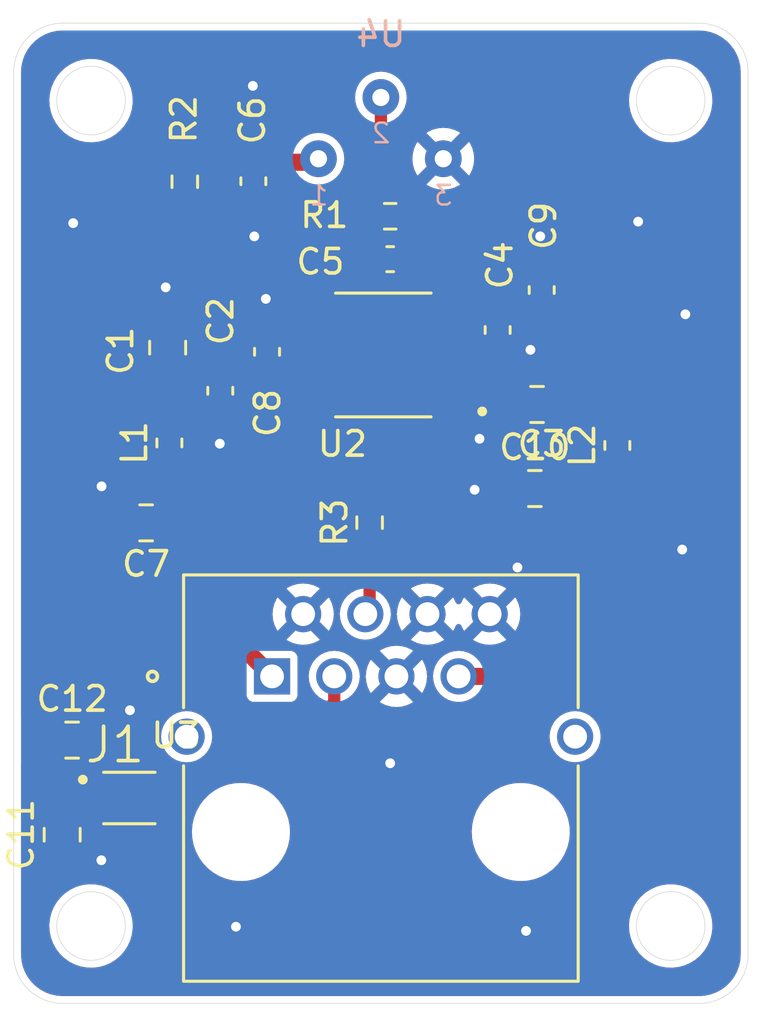
<source format=kicad_pcb>
(kicad_pcb (version 20211014) (generator pcbnew)
  (title_block (title "Photodiode TIA") (date "2021-07-06") (rev "v01") (comment 2 "University of Maryland, College Park") (comment 3 "dbowman3@terpmail.umd.edu") (comment 4 "Deven Bowman"))
  (layers (0 "F.Cu" signal) (31 "B.Cu" signal) (34 "B.Paste" user) (35 "F.Paste" user) (36 "B.SilkS" user "B.Silkscreen") (37 "F.SilkS" user "F.Silkscreen") (38 "B.Mask" user) (39 "F.Mask" user) (44 "Edge.Cuts" user))
  (net 0 "")
  (net 1 "GND")
  (net 2 "V+")
  (net 3 "V-")
  (net 4 "Vout")
  (net 5 "Net-(C12-Pad2)")
  (net 7 "Net-(C5-Pad1)")
  (net 8 "Net-(C6-Pad1)")
  (net 9 "Vbias")
  (net 10 "Net-(C5-Pad2)")
  (net 11 "Net-(C1-Pad1)")
  (net 12 "Net-(C3-Pad2)")
  (net 14 "NC")
  (footprint "6368150-1:TE_6368150-1" (layer "F.Cu") (at 115 90.805)
    (fp_text reference "J1" (at -10.86 -1.355) (layer "F.SilkS") (effects (font (size 1.400496 1.400496))))
    (fp_text value "6368150-1")
    (fp_line (start 8.06 8.25) (end 8.06 -0.5) (layer "F.SilkS") (width 0.127))
    (fp_line (start 8.06 8.29) (end -8.06 8.29) (layer "F.SilkS") (width 0.127))
    (fp_line (start 8.06 -2.875) (end 8.06 -8.25) (layer "F.SilkS") (width 0.127))
    (fp_line (start -8.06 -8.29) (end 8.06 -8.29) (layer "F.SilkS") (width 0.127))
    (fp_line (start -8.06 -8.25) (end -8.06 -2.875) (layer "F.SilkS") (width 0.127))
    (fp_line (start -8.06 -0.5) (end -8.06 8.25) (layer "F.SilkS") (width 0.127))
    (fp_circle (center -9.33 -4.15) (end -9.13 -4.15) (layer "F.SilkS") (width 0.1524) (fill none))
    (pad "" np_thru_hole circle locked (at 5.715 2.2) (size 3.4 3.4) (drill 3.4) (layers *.Cu *.Mask))
    (pad "" np_thru_hole circle locked (at -5.715 2.2) (size 3.4 3.4) (drill 3.4) (layers *.Cu *.Mask))
    (pad "1" thru_hole rect locked (at -4.445 -4.15) (size 1.478 1.478) (drill 0.97) (layers *.Cu *.Mask) (net 2 "V+"))
    (pad "2" thru_hole circle locked (at -3.175 -6.69) (size 1.478 1.478) (drill 0.97) (layers *.Cu *.Mask) (net 1 "GND"))
    (pad "3" thru_hole circle locked (at -1.905 -4.15) (size 1.478 1.478) (drill 0.97) (layers *.Cu *.Mask) (net 9 "Vbias"))
    (pad "4" thru_hole circle locked (at -0.635 -6.69) (size 1.478 1.478) (drill 0.97) (layers *.Cu *.Mask) (net 4 "Vout"))
    (pad "5" thru_hole circle locked (at 0.635 -4.15) (size 1.478 1.478) (drill 0.97) (layers *.Cu *.Mask) (net 1 "GND"))
    (pad "6" thru_hole circle locked (at 1.905 -6.69) (size 1.478 1.478) (drill 0.97) (layers *.Cu *.Mask) (net 1 "GND"))
    (pad "7" thru_hole circle locked (at 3.175 -4.15) (size 1.478 1.478) (drill 0.97) (layers *.Cu *.Mask) (net 3 "V-"))
    (pad "8" thru_hole circle locked (at 4.445 -6.69) (size 1.478 1.478) (drill 0.97) (layers *.Cu *.Mask) (net 1 "GND"))
    (pad "SH1" thru_hole circle locked (at -7.935 -1.69) (size 1.478 1.478) (drill 0.97) (layers *.Cu *.Mask))
    (pad "SH2" thru_hole circle locked (at 7.935 -1.69) (size 1.478 1.478) (drill 0.97) (layers *.Cu *.Mask))
  )
  (footprint "OPA657UB:SOIC127P599X175-8N" (layer "F.Cu") (at 115.1 73.54 180)
    (fp_text reference "U2" (at 1.67 -3.63) (layer "F.SilkS"))
    (fp_text value "OPA657UB")
    (fp_line (start -1.95 -2.525) (end 1.95 -2.525) (layer "F.SilkS") (width 0.127))
    (fp_line (start -1.95 2.525) (end 1.95 2.525) (layer "F.SilkS") (width 0.127))
    (fp_circle (center -4.04 -2.305) (end -3.94 -2.305) (layer "F.SilkS") (width 0.2) (fill none))
    (pad "1" smd rect locked (at -2.47 -1.905 180) (size 1.97 0.6) (layers "F.Cu" "F.Paste" "F.Mask"))
    (pad "2" smd rect locked (at -2.47 -0.635 180) (size 1.97 0.6) (layers "F.Cu" "F.Paste" "F.Mask") (net 7 "Net-(C5-Pad1)"))
    (pad "3" smd rect locked (at -2.47 0.635 180) (size 1.97 0.6) (layers "F.Cu" "F.Paste" "F.Mask") (net 1 "GND"))
    (pad "4" smd rect locked (at -2.47 1.905 180) (size 1.97 0.6) (layers "F.Cu" "F.Paste" "F.Mask") (net 12 "Net-(C3-Pad2)"))
    (pad "5" smd rect locked (at 2.47 1.905 180) (size 1.97 0.6) (layers "F.Cu" "F.Paste" "F.Mask"))
    (pad "6" smd rect locked (at 2.47 0.635 180) (size 1.97 0.6) (layers "F.Cu" "F.Paste" "F.Mask") (net 10 "Net-(C5-Pad2)"))
    (pad "7" smd rect locked (at 2.47 -0.635 180) (size 1.97 0.6) (layers "F.Cu" "F.Paste" "F.Mask") (net 11 "Net-(C1-Pad1)"))
    (pad "8" smd rect locked (at 2.47 -1.905 180) (size 1.97 0.6) (layers "F.Cu" "F.Paste" "F.Mask"))
  )
  (footprint "Capacitor_SMD:C_0805_2012Metric" (layer "F.Cu") (at 106.29 73.24 90)
    (fp_text reference "C1" (at -0.131 -1.927 90) (layer "F.SilkS"))
    (fp_text value "2.2 uF")
    (fp_line (start -0.261252 -0.735) (end 0.261252 -0.735) (layer "F.SilkS") (width 0.12))
    (fp_line (start -0.261252 0.735) (end 0.261252 0.735) (layer "F.SilkS") (width 0.12))
    (pad "1" smd roundrect locked (at -0.95 0 90) (size 1 1.45) (layers "F.Cu" "F.Paste" "F.Mask") (net 11 "Net-(C1-Pad1)"))
    (pad "2" smd roundrect locked (at 0.95 0 90) (size 1 1.45) (layers "F.Cu" "F.Paste" "F.Mask") (net 1 "GND"))
  )
  (footprint "Capacitor_SMD:C_0603_1608Metric" (layer "F.Cu") (at 110.35 73.41 90)
    (fp_text reference "C2" (at 1.249 -1.898 90) (layer "F.SilkS"))
    (fp_text value "0.1 uF")
    (fp_line (start -0.14058 -0.51) (end 0.14058 -0.51) (layer "F.SilkS") (width 0.12))
    (fp_line (start -0.14058 0.51) (end 0.14058 0.51) (layer "F.SilkS") (width 0.12))
    (pad "1" smd roundrect locked (at -0.775 0 90) (size 0.9 0.95) (layers "F.Cu" "F.Paste" "F.Mask") (net 11 "Net-(C1-Pad1)"))
    (pad "2" smd roundrect locked (at 0.775 0 90) (size 0.9 0.95) (layers "F.Cu" "F.Paste" "F.Mask") (net 1 "GND"))
  )
  (footprint "Resistor_SMD:R_0603_1608Metric" (layer "F.Cu") (at 115.38 67.88)
    (fp_text reference "R1" (at -2.689 -0.044) (layer "F.SilkS"))
    (fp_text value "30k")
    (fp_line (start -0.237258 0.5225) (end 0.237258 0.5225) (layer "F.SilkS") (width 0.12))
    (fp_line (start -0.237258 -0.5225) (end 0.237258 -0.5225) (layer "F.SilkS") (width 0.12))
    (pad "1" smd roundrect locked (at -0.825 0) (size 0.8 0.95) (layers "F.Cu" "F.Paste" "F.Mask") (net 10 "Net-(C5-Pad2)"))
    (pad "2" smd roundrect locked (at 0.825 0) (size 0.8 0.95) (layers "F.Cu" "F.Paste" "F.Mask") (net 7 "Net-(C5-Pad1)"))
  )
  (footprint "Resistor_SMD:R_0603_1608Metric" (layer "F.Cu") (at 106.99 66.47 -90)
    (fp_text reference "R2" (at -2.55 0.04 -90) (layer "F.SilkS"))
    (fp_text value "1k")
    (fp_line (start -0.237258 0.5225) (end 0.237258 0.5225) (layer "F.SilkS") (width 0.12))
    (fp_line (start -0.237258 -0.5225) (end 0.237258 -0.5225) (layer "F.SilkS") (width 0.12))
    (pad "1" smd roundrect locked (at -0.825 0 270) (size 0.8 0.95) (layers "F.Cu" "F.Paste" "F.Mask") (net 8 "Net-(C6-Pad1)"))
    (pad "2" smd roundrect locked (at 0.825 0 270) (size 0.8 0.95) (layers "F.Cu" "F.Paste" "F.Mask") (net 5 "Net-(C12-Pad2)"))
  )
  (footprint "Capacitor_SMD:C_0603_1608Metric" (layer "F.Cu") (at 119.77 72.52 -90)
    (fp_text reference "C4" (at -2.64 -0.09 90) (layer "F.SilkS"))
    (fp_text value "0.1 uF")
    (fp_line (start -0.14058 -0.51) (end 0.14058 -0.51) (layer "F.SilkS") (width 0.12))
    (fp_line (start -0.14058 0.51) (end 0.14058 0.51) (layer "F.SilkS") (width 0.12))
    (pad "1" smd roundrect locked (at -0.775 0 270) (size 0.9 0.95) (layers "F.Cu" "F.Paste" "F.Mask") (net 12 "Net-(C3-Pad2)"))
    (pad "2" smd roundrect locked (at 0.775 0 270) (size 0.9 0.95) (layers "F.Cu" "F.Paste" "F.Mask") (net 1 "GND"))
  )
  (footprint "Capacitor_SMD:C_0603_1608Metric" (layer "F.Cu") (at 115.38 69.63 180)
    (fp_text reference "C5" (at 2.849 -0.107) (layer "F.SilkS"))
    (fp_text value "1pF")
    (fp_line (start -0.14058 -0.51) (end 0.14058 -0.51) (layer "F.SilkS") (width 0.12))
    (fp_line (start -0.14058 0.51) (end 0.14058 0.51) (layer "F.SilkS") (width 0.12))
    (pad "1" smd roundrect locked (at -0.775 0 180) (size 0.9 0.95) (layers "F.Cu" "F.Paste" "F.Mask") (net 7 "Net-(C5-Pad1)"))
    (pad "2" smd roundrect locked (at 0.775 0 180) (size 0.9 0.95) (layers "F.Cu" "F.Paste" "F.Mask") (net 10 "Net-(C5-Pad2)"))
  )
  (footprint "Resistor_SMD:R_0603_1608Metric" (layer "F.Cu") (at 114.54 80.38 90)
    (fp_text reference "R3" (at 0 -1.43 90) (layer "F.SilkS"))
    (fp_text value "50")
    (fp_line (start -0.237258 0.5225) (end 0.237258 0.5225) (layer "F.SilkS") (width 0.12))
    (fp_line (start -0.237258 -0.5225) (end 0.237258 -0.5225) (layer "F.SilkS") (width 0.12))
    (pad "1" smd roundrect locked (at -0.825 0 90) (size 0.8 0.95) (layers "F.Cu" "F.Paste" "F.Mask") (net 4 "Vout"))
    (pad "2" smd roundrect locked (at 0.825 0 90) (size 0.8 0.95) (layers "F.Cu" "F.Paste" "F.Mask") (net 10 "Net-(C5-Pad2)"))
  )
  (footprint "Capacitor_SMD:C_0603_1608Metric" (layer "F.Cu") (at 108.44 75 -90)
    (fp_text reference "C8" (at 0.91 -1.93 90) (layer "F.SilkS"))
    (fp_text value "0.1 uF")
    (fp_line (start -0.14058 0.51) (end 0.14058 0.51) (layer "F.SilkS") (width 0.12))
    (fp_line (start -0.14058 -0.51) (end 0.14058 -0.51) (layer "F.SilkS") (width 0.12))
    (pad "1" smd roundrect locked (at -0.775 0 270) (size 0.9 0.95) (layers "F.Cu" "F.Paste" "F.Mask") (net 11 "Net-(C1-Pad1)"))
    (pad "2" smd roundrect locked (at 0.775 0 270) (size 0.9 0.95) (layers "F.Cu" "F.Paste" "F.Mask") (net 1 "GND"))
  )
  (footprint "Capacitor_SMD:C_0603_1608Metric" (layer "F.Cu") (at 121.57 70.89 90)
    (fp_text reference "C9" (at 2.62 0.07 90) (layer "F.SilkS"))
    (fp_text value "0.1 uF")
    (fp_line (start -0.14058 0.51) (end 0.14058 0.51) (layer "F.SilkS") (width 0.12))
    (fp_line (start -0.14058 -0.51) (end 0.14058 -0.51) (layer "F.SilkS") (width 0.12))
    (pad "1" smd roundrect locked (at -0.775 0 90) (size 0.9 0.95) (layers "F.Cu" "F.Paste" "F.Mask") (net 12 "Net-(C3-Pad2)"))
    (pad "2" smd roundrect locked (at 0.775 0 90) (size 0.9 0.95) (layers "F.Cu" "F.Paste" "F.Mask") (net 1 "GND"))
  )
  (footprint "Inductor_SMD:L_0603_1608Metric" (layer "F.Cu") (at 106.36 77.13 90)
    (fp_text reference "L1" (at 0 -1.43 90) (layer "F.SilkS"))
    (fp_text value "1k Ohm")
    (fp_line (start -0.162779 -0.51) (end 0.162779 -0.51) (layer "F.SilkS") (width 0.12))
    (fp_line (start -0.162779 0.51) (end 0.162779 0.51) (layer "F.SilkS") (width 0.12))
    (pad "1" smd roundrect locked (at -0.7875 0 90) (size 0.875 0.95) (layers "F.Cu" "F.Paste" "F.Mask") (net 2 "V+"))
    (pad "2" smd roundrect locked (at 0.7875 0 90) (size 0.875 0.95) (layers "F.Cu" "F.Paste" "F.Mask") (net 11 "Net-(C1-Pad1)"))
  )
  (footprint "Capacitor_SMD:C_0603_1608Metric" (layer "F.Cu") (at 109.79 66.45 -90)
    (fp_text reference "C6" (at -2.484 0.042 -90) (layer "F.SilkS"))
    (fp_text value "0.1 uF")
    (fp_line (start -0.14058 0.51) (end 0.14058 0.51) (layer "F.SilkS") (width 0.12))
    (fp_line (start -0.14058 -0.51) (end 0.14058 -0.51) (layer "F.SilkS") (width 0.12))
    (pad "1" smd roundrect locked (at -0.775 0 270) (size 0.9 0.95) (layers "F.Cu" "F.Paste" "F.Mask") (net 8 "Net-(C6-Pad1)"))
    (pad "2" smd roundrect locked (at 0.775 0 270) (size 0.9 0.95) (layers "F.Cu" "F.Paste" "F.Mask") (net 1 "GND"))
  )
  (footprint "Capacitor_SMD:C_0805_2012Metric" (layer "F.Cu") (at 121.38 75.56)
    (fp_text reference "C3" (at 0.19 1.61) (layer "F.SilkS"))
    (fp_text value "2.2 uF")
    (fp_line (start -0.261252 -0.735) (end 0.261252 -0.735) (layer "F.SilkS") (width 0.12))
    (fp_line (start -0.261252 0.735) (end 0.261252 0.735) (layer "F.SilkS") (width 0.12))
    (pad "1" smd roundrect locked (at -0.95 0) (size 1 1.45) (layers "F.Cu" "F.Paste" "F.Mask") (net 1 "GND"))
    (pad "2" smd roundrect locked (at 0.95 0) (size 1 1.45) (layers "F.Cu" "F.Paste" "F.Mask") (net 12 "Net-(C3-Pad2)"))
  )
  (footprint "Capacitor_SMD:C_0805_2012Metric" (layer "F.Cu") (at 121.29 78.99)
    (fp_text reference "C10" (at 0 -1.68) (layer "F.SilkS"))
    (fp_text value "2.2 uF")
    (fp_line (start -0.261252 -0.735) (end 0.261252 -0.735) (layer "F.SilkS") (width 0.12))
    (fp_line (start -0.261252 0.735) (end 0.261252 0.735) (layer "F.SilkS") (width 0.12))
    (pad "1" smd roundrect locked (at -0.95 0) (size 1 1.45) (layers "F.Cu" "F.Paste" "F.Mask") (net 1 "GND"))
    (pad "2" smd roundrect locked (at 0.95 0) (size 1 1.45) (layers "F.Cu" "F.Paste" "F.Mask") (net 3 "V-"))
  )
  (footprint "Inductor_SMD:L_0603_1608Metric" (layer "F.Cu") (at 124.66 77.2325 90)
    (fp_text reference "L2" (at 0 -1.43 90) (layer "F.SilkS"))
    (fp_text value "1k Ohm")
    (fp_line (start -0.162779 -0.51) (end 0.162779 -0.51) (layer "F.SilkS") (width 0.12))
    (fp_line (start -0.162779 0.51) (end 0.162779 0.51) (layer "F.SilkS") (width 0.12))
    (pad "1" smd roundrect locked (at -0.7875 0 90) (size 0.875 0.95) (layers "F.Cu" "F.Paste" "F.Mask") (net 3 "V-"))
    (pad "2" smd roundrect locked (at 0.7875 0 90) (size 0.875 0.95) (layers "F.Cu" "F.Paste" "F.Mask") (net 12 "Net-(C3-Pad2)"))
  )
  (footprint "Capacitor_SMD:C_0805_2012Metric" (layer "F.Cu") (at 105.41 80.39 180)
    (fp_text reference "C7" (at 0 -1.68) (layer "F.SilkS"))
    (fp_text value "2.2 uF")
    (fp_line (start -0.261252 0.735) (end 0.261252 0.735) (layer "F.SilkS") (width 0.12))
    (fp_line (start -0.261252 -0.735) (end 0.261252 -0.735) (layer "F.SilkS") (width 0.12))
    (pad "1" smd roundrect locked (at -0.95 0 180) (size 1 1.45) (layers "F.Cu" "F.Paste" "F.Mask") (net 2 "V+"))
    (pad "2" smd roundrect locked (at 0.95 0 180) (size 1 1.45) (layers "F.Cu" "F.Paste" "F.Mask") (net 1 "GND"))
  )
  (footprint "ADP7182ACPZN-R7:SON65P200X200X65-7N" (layer "F.Cu") (at 104.7242 91.6178)
    (fp_text reference "U3" (at 1.910535 -2.547375) (layer "F.SilkS") (effects (font (size 1.002906 1.002906))))
    (fp_text value "ADP7182ACPZN-R7")
    (fp_line (start -1.05 -1.05) (end 1.05 -1.05) (layer "F.SilkS") (width 0.127))
    (fp_line (start 1.05 1.05) (end -1.05 1.05) (layer "F.SilkS") (width 0.127))
    (fp_circle (center -1.9 -0.75) (end -1.8 -0.75) (layer "F.SilkS") (width 0.2) (fill none))
    (pad "1" smd roundrect locked (at -1.03 -0.65 90) (size 0.32 0.66) (layers "F.Cu" "F.Paste" "F.Mask") (roundrect_rratio 0.08) (net 5 "Net-(C12-Pad2)"))
    (pad "2" smd roundrect locked (at -1.03 0 90) (size 0.32 0.66) (layers "F.Cu" "F.Paste" "F.Mask") (roundrect_rratio 0.08) (net 14 "NC"))
    (pad "3" smd roundrect locked (at -1.03 0.65 90) (size 0.32 0.66) (layers "F.Cu" "F.Paste" "F.Mask") (roundrect_rratio 0.08) (net 9 "Vbias"))
    (pad "4" smd roundrect locked (at 1.03 0.65 90) (size 0.32 0.66) (layers "F.Cu" "F.Paste" "F.Mask") (roundrect_rratio 0.08))
    (pad "5" smd roundrect locked (at 1.03 0 90) (size 0.32 0.66) (layers "F.Cu" "F.Paste" "F.Mask") (roundrect_rratio 0.08) (net 1 "GND"))
    (pad "6" smd roundrect locked (at 1.03 -0.65 90) (size 0.32 0.66) (layers "F.Cu" "F.Paste" "F.Mask") (roundrect_rratio 0.08) (net 9 "Vbias"))
    (pad "7" smd rect locked (at 0 0 90) (size 1.6 1) (layers "F.Cu" "F.Mask") (net 9 "Vbias"))
  )
  (footprint "Capacitor_SMD:C_0805_2012Metric" (layer "F.Cu") (at 102.3874 89.2556)
    (fp_text reference "C12" (at 0 -1.68) (layer "F.SilkS"))
    (fp_text value "2.2 uF")
    (fp_line (start -0.261252 0.735) (end 0.261252 0.735) (layer "F.SilkS") (width 0.12))
    (fp_line (start -0.261252 -0.735) (end 0.261252 -0.735) (layer "F.SilkS") (width 0.12))
    (pad "1" smd roundrect (at -0.95 0) (size 1 1.45) (layers "F.Cu" "F.Paste" "F.Mask") (net 1 "GND"))
    (pad "2" smd roundrect (at 0.95 0) (size 1 1.45) (layers "F.Cu" "F.Paste" "F.Mask") (net 5 "Net-(C12-Pad2)"))
  )
  (footprint "Capacitor_SMD:C_0805_2012Metric" (layer "F.Cu") (at 101.981 93.1164 90)
    (fp_text reference "C11" (at 0 -1.68 90) (layer "F.SilkS"))
    (fp_text value "2.2 uF")
    (fp_line (start -0.261252 0.735) (end 0.261252 0.735) (layer "F.SilkS") (width 0.12))
    (fp_line (start -0.261252 -0.735) (end 0.261252 -0.735) (layer "F.SilkS") (width 0.12))
    (pad "1" smd roundrect (at -0.95 0 90) (size 1 1.45) (layers "F.Cu" "F.Paste" "F.Mask") (net 1 "GND"))
    (pad "2" smd roundrect (at 0.95 0 90) (size 1 1.45) (layers "F.Cu" "F.Paste" "F.Mask") (net 9 "Vbias"))
  )
  (footprint "DiodeSocket:STO5S" (layer "B.Cu") (at 115 65.532 180)
    (fp_text reference "U4" (at 0 5.08) (layer "B.SilkS") (effects (justify mirror)))
    (fp_text value "STO5S-FGA21")
    (fp_text user "1" (at 2.53 -1.5) (layer "B.SilkS") (effects (font (size 0.8 0.8) (thickness 0.1)) (justify mirror)))
    (fp_text user "2" (at -0.01 1.04) (layer "B.SilkS") (effects (font (size 0.8 0.8) (thickness 0.1)) (justify mirror)))
    (fp_text user "3" (at -2.55 -1.5) (layer "B.SilkS") (effects (font (size 0.8 0.8) (thickness 0.1)) (justify mirror)))
    (pad "1" thru_hole circle locked (at 2.55 0 180) (size 1.5 1.5) (drill 0.7) (layers *.Cu *.Mask) (net 8 "Net-(C6-Pad1)"))
    (pad "2" thru_hole circle locked (at 0 2.5 180) (size 1.5 1.5) (drill 0.7) (layers *.Cu *.Mask) (net 7 "Net-(C5-Pad1)"))
    (pad "3" thru_hole circle locked (at -2.55 0 180) (size 1.5 1.5) (drill 0.7) (layers *.Cu *.Mask) (net 1 "GND"))
  )
  (gr_circle (center 103.16 96.84) (end 104.56 96.84) (layer "Edge.Cuts") (width 0.0254) (fill none))
  (gr_circle (center 103.16 63.16) (end 104.56 63.16) (layer "Edge.Cuts") (width 0.0254) (fill none))
  (gr_circle (center 126.84 63.16) (end 128.24 63.16) (layer "Edge.Cuts") (width 0.0254) (fill none))
  (gr_circle (center 126.84 96.84) (end 128.24 96.84) (layer "Edge.Cuts") (width 0.0254) (fill none))
  (gr_arc (start 128 60) (mid 129.414214 60.585786) (end 130 62) (layer "Edge.Cuts") (width 0.0254))
  (gr_line (start 100 62) (end 100 98) (layer "Edge.Cuts") (width 0.0254))
  (gr_arc (start 100 62) (mid 100.585786 60.585786) (end 102 60) (layer "Edge.Cuts") (width 0.0254))
  (gr_line (start 130 98) (end 130 62) (layer "Edge.Cuts") (width 0.0254))
  (gr_line (start 102 100) (end 128 100) (layer "Edge.Cuts") (width 0.0254))
  (gr_arc (start 130 98) (mid 129.414214 99.414214) (end 128 100) (layer "Edge.Cuts") (width 0.0254))
  (gr_arc (start 102 100) (mid 100.585786 99.414214) (end 100 98) (layer "Edge.Cuts") (width 0.0254))
  (gr_line (start 128 60) (end 102 60) (layer "Edge.Cuts") (width 0.0254))
  (segment (start 119.77 73.295) (end 119.295 73.295) (width 0.5) (layer "F.Cu") (net 1))
  (segment (start 119.295 73.295) (end 118.905 72.905) (width 0.5) (layer "F.Cu") (net 1))
  (segment (start 118.905 72.905) (end 117.57 72.905) (width 0.5) (layer "F.Cu") (net 1))
  (segment (start 117.563 65.519) (end 117.55 65.532) (width 0.7) (layer "F.Cu") (net 1))
  (via (at 104.7496 88.0364) (size 0.8) (drill 0.4) (layers "F.Cu" "B.Cu") (net 1))
  (via (at 110.3 71.25) (size 0.8) (drill 0.4) (layers "F.Cu" "B.Cu") (net 1))
  (via (at 127.31 81.48) (size 0.8) (drill 0.4) (layers "F.Cu" "B.Cu") (net 1))
  (via (at 109.77 62.56) (size 0.8) (drill 0.4) (layers "F.Cu" "B.Cu") (net 1))
  (via (at 127.44 71.88) (size 0.8) (drill 0.4) (layers "F.Cu" "B.Cu") (net 1))
  (via (at 119.03 76.96) (size 0.8) (drill 0.4) (layers "F.Cu" "B.Cu") (net 1))
  (via (at 121.11 73.33) (size 0.8) (drill 0.4) (layers "F.Cu" "B.Cu") (net 1))
  (via (at 103.59 78.9) (size 0.8) (drill 0.4) (layers "F.Cu" "B.Cu") (net 1))
  (via (at 109.83 68.7) (size 0.8) (drill 0.4) (layers "F.Cu" "B.Cu") (net 1))
  (via (at 118.83 79.04) (size 0.8) (drill 0.4) (layers "F.Cu" "B.Cu") (net 1))
  (via (at 106.21 70.78) (size 0.8) (drill 0.4) (layers "F.Cu" "B.Cu") (net 1))
  (via (at 115.38 90.2) (size 0.8) (drill 0.4) (layers "F.Cu" "B.Cu") (net 1))
  (via (at 109.08 96.87) (size 0.8) (drill 0.4) (layers "F.Cu" "B.Cu") (net 1))
  (via (at 120.93 97.04) (size 0.8) (drill 0.4) (layers "F.Cu" "B.Cu") (net 1))
  (via (at 121.51 68.7) (size 0.8) (drill 0.4) (layers "F.Cu" "B.Cu") (net 1))
  (via (at 108.42 77.16) (size 0.8) (drill 0.4) (layers "F.Cu" "B.Cu") (net 1))
  (via (at 120.58 82.21) (size 0.8) (drill 0.4) (layers "F.Cu" "B.Cu") (net 1))
  (via (at 103.5812 94.1578) (size 0.8) (drill 0.4) (layers "F.Cu" "B.Cu") (net 1))
  (via (at 102.43 68.16) (size 0.8) (drill 0.4) (layers "F.Cu" "B.Cu") (net 1))
  (via (at 125.51 68.1) (size 0.8) (drill 0.4) (layers "F.Cu" "B.Cu") (net 1))
  (segment (start 106.36 80.39) (end 106.36 82.46) (width 0.7) (layer "F.Cu") (net 2))
  (segment (start 106.36 82.46) (end 110.555 86.655) (width 0.7) (layer "F.Cu") (net 2))
  (segment (start 106.36 77.9175) (end 106.36 80.39) (width 0.7) (layer "F.Cu") (net 2))
  (segment (start 124.02 78.99) (end 122.24 78.99) (width 0.5) (layer "F.Cu") (net 3))
  (segment (start 118.175 86.655) (end 121.735 86.655) (width 0.7) (layer "F.Cu") (net 3))
  (segment (start 124.66 78.35) (end 124.255 78.755) (width 0.5) (layer "F.Cu") (net 3))
  (segment (start 124.255 84.135) (end 124.255 78.755) (width 0.7) (layer "F.Cu") (net 3))
  (segment (start 124.66 78.02) (end 124.66 78.35) (width 0.5) (layer "F.Cu") (net 3))
  (segment (start 121.735 86.655) (end 124.255 84.135) (width 0.7) (layer "F.Cu") (net 3))
  (segment (start 124.255 78.755) (end 124.02 78.99) (width 0.5) (layer "F.Cu") (net 3))
  (segment (start 114.54 83.94) (end 114.365 84.115) (width 0.5) (layer "F.Cu") (net 4))
  (segment (start 114.54 81.205) (end 114.54 83.94) (width 0.5) (layer "F.Cu") (net 4))
  (segment (start 107.03 67.335) (end 106.99 67.295) (width 0.7) (layer "F.Cu") (net 5))
  (segment (start 102.0826 72.3138) (end 106.99 67.4064) (width 0.7) (layer "F.Cu") (net 5))
  (segment (start 103.3374 89.2556) (end 103.674689 89.592889) (width 0.7) (layer "F.Cu") (net 5))
  (segment (start 106.99 67.4064) (end 106.99 67.295) (width 0.7) (layer "F.Cu") (net 5))
  (segment (start 102.0826 84.8106) (end 102.0826 72.3138) (width 0.7) (layer "F.Cu") (net 5))
  (segment (start 103.674689 89.592889) (end 103.674689 90.805) (width 0.7) (layer "F.Cu") (net 5))
  (segment (start 103.3374 86.0654) (end 102.0826 84.8106) (width 0.7) (layer "F.Cu") (net 5))
  (segment (start 103.3374 89.2556) (end 103.3374 86.0654) (width 0.7) (layer "F.Cu") (net 5))
  (segment (start 116.155 70.234998) (end 115.734999 70.654999) (width 0.5) (layer "F.Cu") (net 7))
  (segment (start 116.205 69.58) (end 116.155 69.63) (width 0.5) (layer "F.Cu") (net 7))
  (segment (start 115.734999 73.885001) (end 116.024998 74.175) (width 0.5) (layer "F.Cu") (net 7))
  (segment (start 116.205 67.2084) (end 115 66.0034) (width 0.5) (layer "F.Cu") (net 7))
  (segment (start 115.734999 70.654999) (end 115.734999 73.885001) (width 0.5) (layer "F.Cu") (net 7))
  (segment (start 115 66.0034) (end 115 63.032) (width 0.5) (layer "F.Cu") (net 7))
  (segment (start 116.155 69.63) (end 116.155 70.234998) (width 0.5) (layer "F.Cu") (net 7))
  (segment (start 116.205 67.88) (end 116.205 67.2084) (width 0.5) (layer "F.Cu") (net 7))
  (segment (start 116.205 67.88) (end 116.205 69.58) (width 0.5) (layer "F.Cu") (net 7))
  (segment (start 116.024998 74.175) (end 117.57 74.175) (width 0.5) (layer "F.Cu") (net 7))
  (segment (start 112.307 65.675) (end 112.45 65.532) (width 0.7) (layer "F.Cu") (net 8))
  (segment (start 106.99 65.645) (end 109.76 65.645) (width 0.7) (layer "F.Cu") (net 8))
  (segment (start 109.79 65.675) (end 112.307 65.675) (width 0.7) (layer "F.Cu") (net 8))
  (segment (start 109.76 65.645) (end 109.79 65.675) (width 0.7) (layer "F.Cu") (net 8))
  (segment (start 104.7242 91.6178) (end 104.7242 91.698521) (width 0.5) (layer "F.Cu") (net 9))
  (segment (start 103.6942 92.2678) (end 102.0824 92.2678) (width 0.5) (layer "F.Cu") (net 9))
  (segment (start 104.7242 91.537079) (end 104.7242 91.6178) (width 0.5) (layer "F.Cu") (net 9))
  (segment (start 105.916521 90.805479) (end 108.051121 90.805479) (width 0.5) (layer "F.Cu") (net 9))
  (segment (start 112.1664 88.646) (end 113.095 87.7174) (width 0.5) (layer "F.Cu") (net 9))
  (segment (start 108.051121 90.805479) (end 110.2106 88.646) (width 0.5) (layer "F.Cu") (net 9))
  (segment (start 105.7542 90.9678) (end 105.916521 90.805479) (width 0.5) (layer "F.Cu") (net 9))
  (segment (start 102.0824 92.2678) (end 101.981 92.1664) (width 0.5) (layer "F.Cu") (net 9))
  (segment (start 105.293479 90.9678) (end 104.7242 91.537079) (width 0.5) (layer "F.Cu") (net 9))
  (segment (start 104.7242 91.698521) (end 104.154921 92.2678) (width 0.5) (layer "F.Cu") (net 9))
  (segment (start 110.2106 88.646) (end 112.1664 88.646) (width 0.5) (layer "F.Cu") (net 9))
  (segment (start 113.095 87.7174) (end 113.095 86.655) (width 0.5) (layer "F.Cu") (net 9))
  (segment (start 105.7542 90.9678) (end 105.293479 90.9678) (width 0.5) (layer "F.Cu") (net 9))
  (segment (start 104.154921 92.2678) (end 103.6942 92.2678) (width 0.5) (layer "F.Cu") (net 9))
  (segment (start 114.54 79.555) (end 114.54 73.269998) (width 0.5) (layer "F.Cu") (net 10))
  (segment (start 114.175002 72.905) (end 112.63 72.905) (width 0.5) (layer "F.Cu") (net 10))
  (segment (start 114.605 72.475002) (end 114.175002 72.905) (width 0.5) (layer "F.Cu") (net 10))
  (segment (start 114.54 73.269998) (end 114.175002 72.905) (width 0.5) (layer "F.Cu") (net 10))
  (segment (start 114.555 67.88) (end 114.555 69.58) (width 0.5) (layer "F.Cu") (net 10))
  (segment (start 114.605 69.63) (end 114.605 72.475002) (width 0.5) (layer "F.Cu") (net 10))
  (segment (start 114.555 69.58) (end 114.605 69.63) (width 0.5) (layer "F.Cu") (net 10))
  (segment (start 112.62 74.185) (end 112.63 74.175) (width 0.7) (layer "F.Cu") (net 11))
  (segment (start 106.29 76.2725) (end 106.36 76.3425) (width 0.7) (layer "F.Cu") (net 11))
  (segment (start 108.44 74.225) (end 106.325 74.225) (width 0.7) (layer "F.Cu") (net 11))
  (segment (start 110.35 74.185) (end 112.62 74.185) (width 0.7) (layer "F.Cu") (net 11))
  (segment (start 106.325 74.225) (end 106.29 74.19) (width 0.7) (layer "F.Cu") (net 11))
  (segment (start 108.44 74.225) (end 110.31 74.225) (width 0.7) (layer "F.Cu") (net 11))
  (segment (start 110.31 74.225) (end 110.35 74.185) (width 0.7) (layer "F.Cu") (net 11))
  (segment (start 108.415 74.2) (end 108.44 74.225) (width 0.7) (layer "F.Cu") (net 11))
  (segment (start 106.29 74.19) (end 106.29 76.2725) (width 0.7) (layer "F.Cu") (net 11))
  (segment (start 119.66 71.635) (end 117.57 71.635) (width 0.7) (layer "F.Cu") (net 12))
  (segment (start 123.555 71.665) (end 124.25 72.36) (width 0.5) (layer "F.Cu") (net 12))
  (segment (start 119.77 71.745) (end 119.66 71.635) (width 0.7) (layer "F.Cu") (net 12))
  (segment (start 124.25 75.56) (end 124.66 75.97) (width 0.5) (layer "F.Cu") (net 12))
  (segment (start 121.615 71.71) (end 121.57 71.665) (width 0.7) (layer "F.Cu") (net 12))
  (segment (start 121.57 71.665) (end 123.555 71.665) (width 0.5) (layer "F.Cu") (net 12))
  (segment (start 124.66 75.97) (end 124.66 76.445) (width 0.5) (layer "F.Cu") (net 12))
  (segment (start 122.33 75.56) (end 124.25 75.56) (width 0.5) (layer "F.Cu") (net 12))
  (segment (start 124.25 72.36) (end 124.25 75.56) (width 0.5) (layer "F.Cu") (net 12))
  (segment (start 121.57 71.665) (end 119.85 71.665) (width 0.7) (layer "F.Cu") (net 12))
  (segment (start 119.85 71.665) (end 119.77 71.745) (width 0.7) (layer "F.Cu") (net 12))
  (zone (net 1) (net_name "GND") (layer "F.Cu") (connect_pads (clearance 0.3)) (min_thickness 0.254) (fill yes (thermal_gap 0.508) (thermal_bridge_width 0.508))
    (polygon (pts (xy 130.556 100.584) (xy 99.568 100.584) (xy 99.568 59.436) (xy 130.556 59.436)))
  )
  (zone (net 1) (net_name "GND") (layer "B.Cu") (connect_pads (clearance 0.3)) (min_thickness 0.254) (fill yes (thermal_gap 0.508) (thermal_bridge_width 0.508))
    (polygon (pts (xy 130.683 59.182) (xy 130.937 99.822) (xy 99.568 100.838) (xy 99.441 100.457) (xy 99.695 59.055)))
  )
)
</source>
